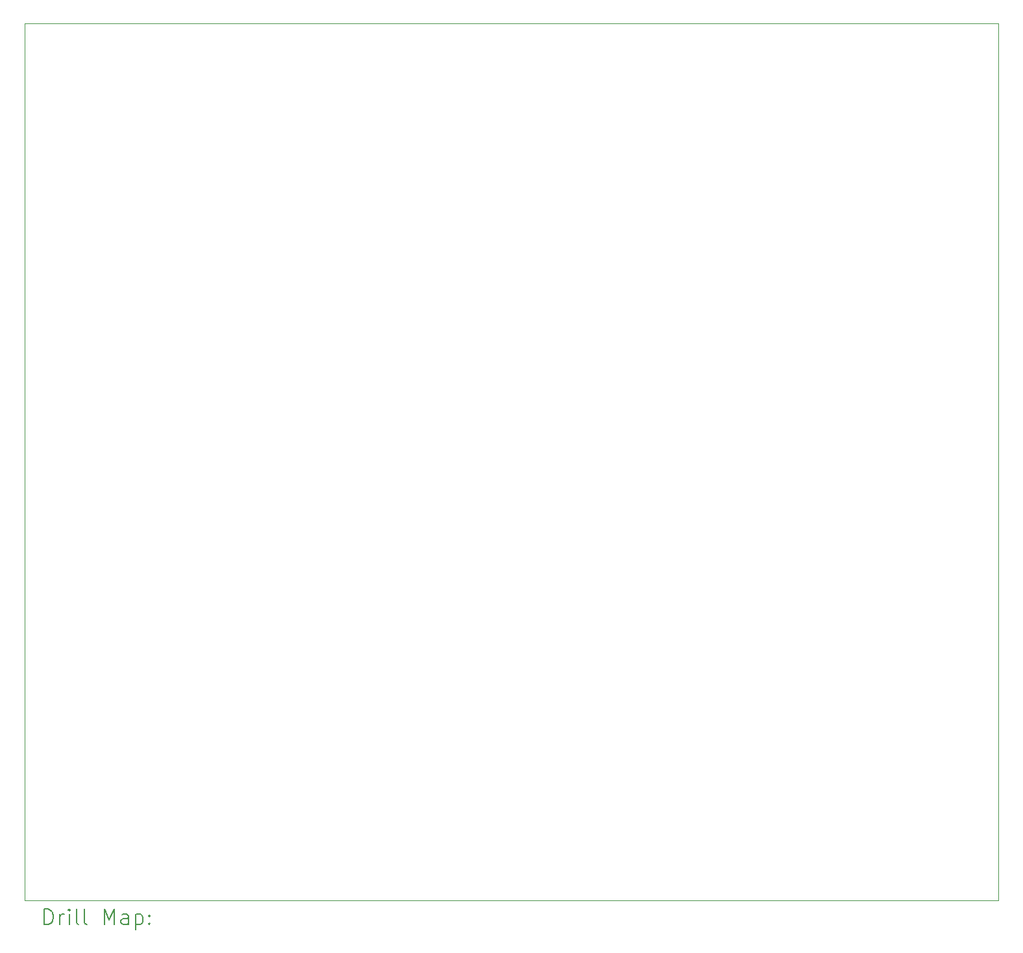
<source format=gbr>
%TF.GenerationSoftware,KiCad,Pcbnew,7.0.10*%
%TF.CreationDate,2024-02-09T09:44:12-06:00*%
%TF.ProjectId,SBC Circuit,53424320-4369-4726-9375-69742e6b6963,0.1*%
%TF.SameCoordinates,Original*%
%TF.FileFunction,Drillmap*%
%TF.FilePolarity,Positive*%
%FSLAX45Y45*%
G04 Gerber Fmt 4.5, Leading zero omitted, Abs format (unit mm)*
G04 Created by KiCad (PCBNEW 7.0.10) date 2024-02-09 09:44:12*
%MOMM*%
%LPD*%
G01*
G04 APERTURE LIST*
%ADD10C,0.100000*%
%ADD11C,0.200000*%
G04 APERTURE END LIST*
D10*
X7620000Y-3175000D02*
X20320000Y-3175000D01*
X20320000Y-14605000D01*
X7620000Y-14605000D01*
X7620000Y-3175000D01*
D11*
X7875777Y-14921484D02*
X7875777Y-14721484D01*
X7875777Y-14721484D02*
X7923396Y-14721484D01*
X7923396Y-14721484D02*
X7951967Y-14731008D01*
X7951967Y-14731008D02*
X7971015Y-14750055D01*
X7971015Y-14750055D02*
X7980539Y-14769103D01*
X7980539Y-14769103D02*
X7990062Y-14807198D01*
X7990062Y-14807198D02*
X7990062Y-14835769D01*
X7990062Y-14835769D02*
X7980539Y-14873865D01*
X7980539Y-14873865D02*
X7971015Y-14892912D01*
X7971015Y-14892912D02*
X7951967Y-14911960D01*
X7951967Y-14911960D02*
X7923396Y-14921484D01*
X7923396Y-14921484D02*
X7875777Y-14921484D01*
X8075777Y-14921484D02*
X8075777Y-14788150D01*
X8075777Y-14826246D02*
X8085301Y-14807198D01*
X8085301Y-14807198D02*
X8094824Y-14797674D01*
X8094824Y-14797674D02*
X8113872Y-14788150D01*
X8113872Y-14788150D02*
X8132920Y-14788150D01*
X8199586Y-14921484D02*
X8199586Y-14788150D01*
X8199586Y-14721484D02*
X8190062Y-14731008D01*
X8190062Y-14731008D02*
X8199586Y-14740531D01*
X8199586Y-14740531D02*
X8209110Y-14731008D01*
X8209110Y-14731008D02*
X8199586Y-14721484D01*
X8199586Y-14721484D02*
X8199586Y-14740531D01*
X8323396Y-14921484D02*
X8304348Y-14911960D01*
X8304348Y-14911960D02*
X8294824Y-14892912D01*
X8294824Y-14892912D02*
X8294824Y-14721484D01*
X8428158Y-14921484D02*
X8409110Y-14911960D01*
X8409110Y-14911960D02*
X8399586Y-14892912D01*
X8399586Y-14892912D02*
X8399586Y-14721484D01*
X8656729Y-14921484D02*
X8656729Y-14721484D01*
X8656729Y-14721484D02*
X8723396Y-14864341D01*
X8723396Y-14864341D02*
X8790063Y-14721484D01*
X8790063Y-14721484D02*
X8790063Y-14921484D01*
X8971015Y-14921484D02*
X8971015Y-14816722D01*
X8971015Y-14816722D02*
X8961491Y-14797674D01*
X8961491Y-14797674D02*
X8942444Y-14788150D01*
X8942444Y-14788150D02*
X8904348Y-14788150D01*
X8904348Y-14788150D02*
X8885301Y-14797674D01*
X8971015Y-14911960D02*
X8951967Y-14921484D01*
X8951967Y-14921484D02*
X8904348Y-14921484D01*
X8904348Y-14921484D02*
X8885301Y-14911960D01*
X8885301Y-14911960D02*
X8875777Y-14892912D01*
X8875777Y-14892912D02*
X8875777Y-14873865D01*
X8875777Y-14873865D02*
X8885301Y-14854817D01*
X8885301Y-14854817D02*
X8904348Y-14845293D01*
X8904348Y-14845293D02*
X8951967Y-14845293D01*
X8951967Y-14845293D02*
X8971015Y-14835769D01*
X9066253Y-14788150D02*
X9066253Y-14988150D01*
X9066253Y-14797674D02*
X9085301Y-14788150D01*
X9085301Y-14788150D02*
X9123396Y-14788150D01*
X9123396Y-14788150D02*
X9142444Y-14797674D01*
X9142444Y-14797674D02*
X9151967Y-14807198D01*
X9151967Y-14807198D02*
X9161491Y-14826246D01*
X9161491Y-14826246D02*
X9161491Y-14883388D01*
X9161491Y-14883388D02*
X9151967Y-14902436D01*
X9151967Y-14902436D02*
X9142444Y-14911960D01*
X9142444Y-14911960D02*
X9123396Y-14921484D01*
X9123396Y-14921484D02*
X9085301Y-14921484D01*
X9085301Y-14921484D02*
X9066253Y-14911960D01*
X9247205Y-14902436D02*
X9256729Y-14911960D01*
X9256729Y-14911960D02*
X9247205Y-14921484D01*
X9247205Y-14921484D02*
X9237682Y-14911960D01*
X9237682Y-14911960D02*
X9247205Y-14902436D01*
X9247205Y-14902436D02*
X9247205Y-14921484D01*
X9247205Y-14797674D02*
X9256729Y-14807198D01*
X9256729Y-14807198D02*
X9247205Y-14816722D01*
X9247205Y-14816722D02*
X9237682Y-14807198D01*
X9237682Y-14807198D02*
X9247205Y-14797674D01*
X9247205Y-14797674D02*
X9247205Y-14816722D01*
M02*

</source>
